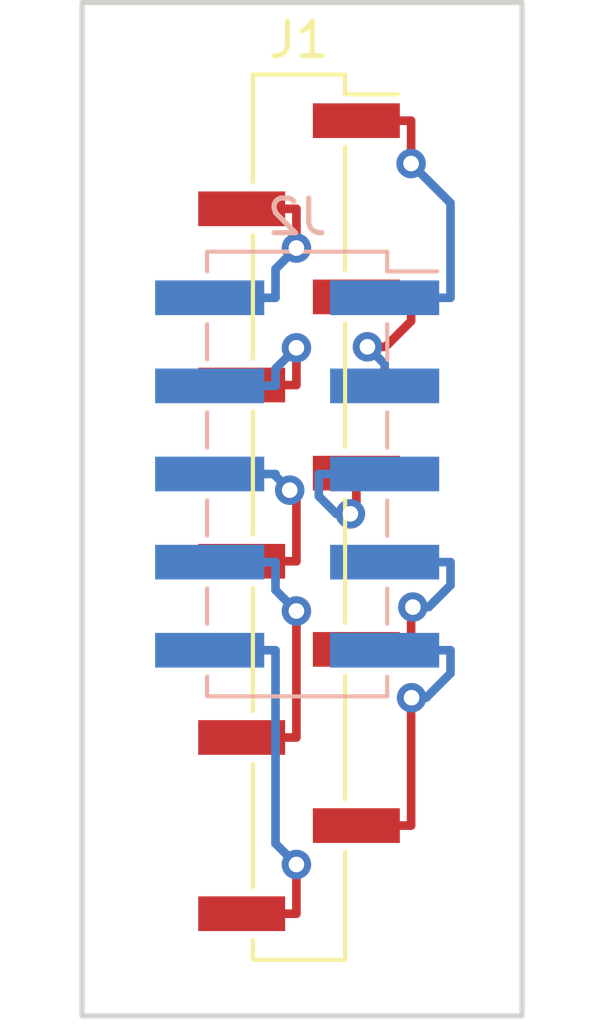
<source format=kicad_pcb>
(kicad_pcb (version 4) (host pcbnew 4.0.7-e2-6376~58~ubuntu16.04.1)

  (general
    (links 10)
    (no_connects 0)
    (area 139.795618 90.094999 157.100382 119.839)
    (thickness 1.6)
    (drawings 5)
    (tracks 68)
    (zones 0)
    (modules 2)
    (nets 11)
  )

  (page A4)
  (layers
    (0 F.Cu signal)
    (31 B.Cu signal)
    (32 B.Adhes user)
    (33 F.Adhes user)
    (34 B.Paste user)
    (35 F.Paste user)
    (36 B.SilkS user)
    (37 F.SilkS user)
    (38 B.Mask user)
    (39 F.Mask user)
    (40 Dwgs.User user)
    (41 Cmts.User user)
    (42 Eco1.User user)
    (43 Eco2.User user)
    (44 Edge.Cuts user)
    (45 Margin user)
    (46 B.CrtYd user)
    (47 F.CrtYd user)
    (48 B.Fab user)
    (49 F.Fab user)
  )

  (setup
    (last_trace_width 0.25)
    (trace_clearance 0.2)
    (zone_clearance 0.508)
    (zone_45_only no)
    (trace_min 0.2)
    (segment_width 0.2)
    (edge_width 0.15)
    (via_size 0.85)
    (via_drill 0.45)
    (via_min_size 0.4)
    (via_min_drill 0.3)
    (uvia_size 0.3)
    (uvia_drill 0.1)
    (uvias_allowed no)
    (uvia_min_size 0.2)
    (uvia_min_drill 0.1)
    (pcb_text_width 0.3)
    (pcb_text_size 1.5 1.5)
    (mod_edge_width 0.15)
    (mod_text_size 1 1)
    (mod_text_width 0.15)
    (pad_size 1.524 1.524)
    (pad_drill 0.762)
    (pad_to_mask_clearance 0.2)
    (aux_axis_origin 0 0)
    (visible_elements FFFFFF7F)
    (pcbplotparams
      (layerselection 0x010f0_80000001)
      (usegerberextensions true)
      (excludeedgelayer true)
      (linewidth 0.100000)
      (plotframeref false)
      (viasonmask false)
      (mode 1)
      (useauxorigin false)
      (hpglpennumber 1)
      (hpglpenspeed 20)
      (hpglpendiameter 15)
      (hpglpenoverlay 2)
      (psnegative false)
      (psa4output false)
      (plotreference true)
      (plotvalue true)
      (plotinvisibletext false)
      (padsonsilk false)
      (subtractmaskfromsilk false)
      (outputformat 1)
      (mirror false)
      (drillshape 0)
      (scaleselection 1)
      (outputdirectory r_01x10_gerber/))
  )

  (net 0 "")
  (net 1 "Net-(J1-Pad2)")
  (net 2 "Net-(J1-Pad4)")
  (net 3 "Net-(J1-Pad6)")
  (net 4 "Net-(J1-Pad8)")
  (net 5 "Net-(J1-Pad10)")
  (net 6 "Net-(J1-Pad1)")
  (net 7 "Net-(J1-Pad3)")
  (net 8 "Net-(J1-Pad5)")
  (net 9 "Net-(J1-Pad7)")
  (net 10 "Net-(J1-Pad9)")

  (net_class Default "This is the default net class."
    (clearance 0.2)
    (trace_width 0.25)
    (via_dia 0.85)
    (via_drill 0.45)
    (uvia_dia 0.3)
    (uvia_drill 0.1)
    (add_net "Net-(J1-Pad1)")
    (add_net "Net-(J1-Pad10)")
    (add_net "Net-(J1-Pad2)")
    (add_net "Net-(J1-Pad3)")
    (add_net "Net-(J1-Pad4)")
    (add_net "Net-(J1-Pad5)")
    (add_net "Net-(J1-Pad6)")
    (add_net "Net-(J1-Pad7)")
    (add_net "Net-(J1-Pad8)")
    (add_net "Net-(J1-Pad9)")
  )

  (module Pin_Headers:Pin_Header_Straight_1x10_Pitch2.54mm_SMD_Pin1Right (layer F.Cu) (tedit 59650532) (tstamp 5A58DB21)
    (at 148.501 105.004)
    (descr "surface-mounted straight pin header, 1x10, 2.54mm pitch, single row, style 2 (pin 1 right)")
    (tags "Surface mounted pin header SMD 1x10 2.54mm single row style2 pin1 right")
    (path /5A4CFB7F)
    (attr smd)
    (fp_text reference J1 (at 0 -13.76) (layer F.SilkS)
      (effects (font (size 1 1) (thickness 0.15)))
    )
    (fp_text value Conn_01x10 (at 0 13.76) (layer F.Fab)
      (effects (font (size 1 1) (thickness 0.15)))
    )
    (fp_line (start 1.27 12.7) (end -1.27 12.7) (layer F.Fab) (width 0.1))
    (fp_line (start -1.27 -12.7) (end 0.32 -12.7) (layer F.Fab) (width 0.1))
    (fp_line (start 1.27 12.7) (end 1.27 -11.75) (layer F.Fab) (width 0.1))
    (fp_line (start 1.27 -11.75) (end 0.32 -12.7) (layer F.Fab) (width 0.1))
    (fp_line (start -1.27 -12.7) (end -1.27 12.7) (layer F.Fab) (width 0.1))
    (fp_line (start -1.27 -9.21) (end -2.54 -9.21) (layer F.Fab) (width 0.1))
    (fp_line (start -2.54 -9.21) (end -2.54 -8.57) (layer F.Fab) (width 0.1))
    (fp_line (start -2.54 -8.57) (end -1.27 -8.57) (layer F.Fab) (width 0.1))
    (fp_line (start -1.27 -4.13) (end -2.54 -4.13) (layer F.Fab) (width 0.1))
    (fp_line (start -2.54 -4.13) (end -2.54 -3.49) (layer F.Fab) (width 0.1))
    (fp_line (start -2.54 -3.49) (end -1.27 -3.49) (layer F.Fab) (width 0.1))
    (fp_line (start -1.27 0.95) (end -2.54 0.95) (layer F.Fab) (width 0.1))
    (fp_line (start -2.54 0.95) (end -2.54 1.59) (layer F.Fab) (width 0.1))
    (fp_line (start -2.54 1.59) (end -1.27 1.59) (layer F.Fab) (width 0.1))
    (fp_line (start -1.27 6.03) (end -2.54 6.03) (layer F.Fab) (width 0.1))
    (fp_line (start -2.54 6.03) (end -2.54 6.67) (layer F.Fab) (width 0.1))
    (fp_line (start -2.54 6.67) (end -1.27 6.67) (layer F.Fab) (width 0.1))
    (fp_line (start -1.27 11.11) (end -2.54 11.11) (layer F.Fab) (width 0.1))
    (fp_line (start -2.54 11.11) (end -2.54 11.75) (layer F.Fab) (width 0.1))
    (fp_line (start -2.54 11.75) (end -1.27 11.75) (layer F.Fab) (width 0.1))
    (fp_line (start 1.27 -11.75) (end 2.54 -11.75) (layer F.Fab) (width 0.1))
    (fp_line (start 2.54 -11.75) (end 2.54 -11.11) (layer F.Fab) (width 0.1))
    (fp_line (start 2.54 -11.11) (end 1.27 -11.11) (layer F.Fab) (width 0.1))
    (fp_line (start 1.27 -6.67) (end 2.54 -6.67) (layer F.Fab) (width 0.1))
    (fp_line (start 2.54 -6.67) (end 2.54 -6.03) (layer F.Fab) (width 0.1))
    (fp_line (start 2.54 -6.03) (end 1.27 -6.03) (layer F.Fab) (width 0.1))
    (fp_line (start 1.27 -1.59) (end 2.54 -1.59) (layer F.Fab) (width 0.1))
    (fp_line (start 2.54 -1.59) (end 2.54 -0.95) (layer F.Fab) (width 0.1))
    (fp_line (start 2.54 -0.95) (end 1.27 -0.95) (layer F.Fab) (width 0.1))
    (fp_line (start 1.27 3.49) (end 2.54 3.49) (layer F.Fab) (width 0.1))
    (fp_line (start 2.54 3.49) (end 2.54 4.13) (layer F.Fab) (width 0.1))
    (fp_line (start 2.54 4.13) (end 1.27 4.13) (layer F.Fab) (width 0.1))
    (fp_line (start 1.27 8.57) (end 2.54 8.57) (layer F.Fab) (width 0.1))
    (fp_line (start 2.54 8.57) (end 2.54 9.21) (layer F.Fab) (width 0.1))
    (fp_line (start 2.54 9.21) (end 1.27 9.21) (layer F.Fab) (width 0.1))
    (fp_line (start -1.33 -12.76) (end 1.33 -12.76) (layer F.SilkS) (width 0.12))
    (fp_line (start -1.33 12.76) (end 1.33 12.76) (layer F.SilkS) (width 0.12))
    (fp_line (start 1.33 -10.67) (end 1.33 -7.11) (layer F.SilkS) (width 0.12))
    (fp_line (start 1.33 -5.59) (end 1.33 -2.03) (layer F.SilkS) (width 0.12))
    (fp_line (start 1.33 -0.51) (end 1.33 3.05) (layer F.SilkS) (width 0.12))
    (fp_line (start 1.33 4.57) (end 1.33 8.13) (layer F.SilkS) (width 0.12))
    (fp_line (start 1.33 9.65) (end 1.33 12.76) (layer F.SilkS) (width 0.12))
    (fp_line (start -1.33 -12.76) (end -1.33 -9.65) (layer F.SilkS) (width 0.12))
    (fp_line (start 1.33 -12.19) (end 2.85 -12.19) (layer F.SilkS) (width 0.12))
    (fp_line (start 1.33 -12.76) (end 1.33 -12.19) (layer F.SilkS) (width 0.12))
    (fp_line (start -1.33 12.19) (end -1.33 12.76) (layer F.SilkS) (width 0.12))
    (fp_line (start -1.33 -8.13) (end -1.33 -4.57) (layer F.SilkS) (width 0.12))
    (fp_line (start -1.33 -3.05) (end -1.33 0.51) (layer F.SilkS) (width 0.12))
    (fp_line (start -1.33 2.03) (end -1.33 5.59) (layer F.SilkS) (width 0.12))
    (fp_line (start -1.33 7.11) (end -1.33 10.67) (layer F.SilkS) (width 0.12))
    (fp_line (start -3.45 -13.2) (end -3.45 13.2) (layer F.CrtYd) (width 0.05))
    (fp_line (start -3.45 13.2) (end 3.45 13.2) (layer F.CrtYd) (width 0.05))
    (fp_line (start 3.45 13.2) (end 3.45 -13.2) (layer F.CrtYd) (width 0.05))
    (fp_line (start 3.45 -13.2) (end -3.45 -13.2) (layer F.CrtYd) (width 0.05))
    (fp_text user %R (at 0 0 90) (layer F.Fab)
      (effects (font (size 1 1) (thickness 0.15)))
    )
    (pad 2 smd rect (at -1.655 -8.89) (size 2.51 1) (layers F.Cu F.Paste F.Mask)
      (net 1 "Net-(J1-Pad2)"))
    (pad 4 smd rect (at -1.655 -3.81) (size 2.51 1) (layers F.Cu F.Paste F.Mask)
      (net 2 "Net-(J1-Pad4)"))
    (pad 6 smd rect (at -1.655 1.27) (size 2.51 1) (layers F.Cu F.Paste F.Mask)
      (net 3 "Net-(J1-Pad6)"))
    (pad 8 smd rect (at -1.655 6.35) (size 2.51 1) (layers F.Cu F.Paste F.Mask)
      (net 4 "Net-(J1-Pad8)"))
    (pad 10 smd rect (at -1.655 11.43) (size 2.51 1) (layers F.Cu F.Paste F.Mask)
      (net 5 "Net-(J1-Pad10)"))
    (pad 1 smd rect (at 1.655 -11.43) (size 2.51 1) (layers F.Cu F.Paste F.Mask)
      (net 6 "Net-(J1-Pad1)"))
    (pad 3 smd rect (at 1.655 -6.35) (size 2.51 1) (layers F.Cu F.Paste F.Mask)
      (net 7 "Net-(J1-Pad3)"))
    (pad 5 smd rect (at 1.655 -1.27) (size 2.51 1) (layers F.Cu F.Paste F.Mask)
      (net 8 "Net-(J1-Pad5)"))
    (pad 7 smd rect (at 1.655 3.81) (size 2.51 1) (layers F.Cu F.Paste F.Mask)
      (net 9 "Net-(J1-Pad7)"))
    (pad 9 smd rect (at 1.655 8.89) (size 2.51 1) (layers F.Cu F.Paste F.Mask)
      (net 10 "Net-(J1-Pad9)"))
    (model ${KISYS3DMOD}/Pin_Headers.3dshapes/Pin_Header_Straight_1x10_Pitch2.54mm_SMD_Pin1Right.wrl
      (at (xyz 0 0 0))
      (scale (xyz 1 1 1))
      (rotate (xyz 0 0 0))
    )
  )

  (module Pin_Headers:Pin_Header_Straight_2x05_Pitch2.54mm_SMD (layer B.Cu) (tedit 59650532) (tstamp 5A58DB2F)
    (at 148.448 103.759 180)
    (descr "surface-mounted straight pin header, 2x05, 2.54mm pitch, double rows")
    (tags "Surface mounted pin header SMD 2x05 2.54mm double row")
    (path /5A4CFC62)
    (attr smd)
    (fp_text reference J2 (at 0 7.41 180) (layer B.SilkS)
      (effects (font (size 1 1) (thickness 0.15)) (justify mirror))
    )
    (fp_text value Conn_02x05_Odd_Even (at 0 -7.41 180) (layer B.Fab)
      (effects (font (size 1 1) (thickness 0.15)) (justify mirror))
    )
    (fp_line (start 2.54 -6.35) (end -2.54 -6.35) (layer B.Fab) (width 0.1))
    (fp_line (start -1.59 6.35) (end 2.54 6.35) (layer B.Fab) (width 0.1))
    (fp_line (start -2.54 -6.35) (end -2.54 5.4) (layer B.Fab) (width 0.1))
    (fp_line (start -2.54 5.4) (end -1.59 6.35) (layer B.Fab) (width 0.1))
    (fp_line (start 2.54 6.35) (end 2.54 -6.35) (layer B.Fab) (width 0.1))
    (fp_line (start -2.54 5.4) (end -3.6 5.4) (layer B.Fab) (width 0.1))
    (fp_line (start -3.6 5.4) (end -3.6 4.76) (layer B.Fab) (width 0.1))
    (fp_line (start -3.6 4.76) (end -2.54 4.76) (layer B.Fab) (width 0.1))
    (fp_line (start 2.54 5.4) (end 3.6 5.4) (layer B.Fab) (width 0.1))
    (fp_line (start 3.6 5.4) (end 3.6 4.76) (layer B.Fab) (width 0.1))
    (fp_line (start 3.6 4.76) (end 2.54 4.76) (layer B.Fab) (width 0.1))
    (fp_line (start -2.54 2.86) (end -3.6 2.86) (layer B.Fab) (width 0.1))
    (fp_line (start -3.6 2.86) (end -3.6 2.22) (layer B.Fab) (width 0.1))
    (fp_line (start -3.6 2.22) (end -2.54 2.22) (layer B.Fab) (width 0.1))
    (fp_line (start 2.54 2.86) (end 3.6 2.86) (layer B.Fab) (width 0.1))
    (fp_line (start 3.6 2.86) (end 3.6 2.22) (layer B.Fab) (width 0.1))
    (fp_line (start 3.6 2.22) (end 2.54 2.22) (layer B.Fab) (width 0.1))
    (fp_line (start -2.54 0.32) (end -3.6 0.32) (layer B.Fab) (width 0.1))
    (fp_line (start -3.6 0.32) (end -3.6 -0.32) (layer B.Fab) (width 0.1))
    (fp_line (start -3.6 -0.32) (end -2.54 -0.32) (layer B.Fab) (width 0.1))
    (fp_line (start 2.54 0.32) (end 3.6 0.32) (layer B.Fab) (width 0.1))
    (fp_line (start 3.6 0.32) (end 3.6 -0.32) (layer B.Fab) (width 0.1))
    (fp_line (start 3.6 -0.32) (end 2.54 -0.32) (layer B.Fab) (width 0.1))
    (fp_line (start -2.54 -2.22) (end -3.6 -2.22) (layer B.Fab) (width 0.1))
    (fp_line (start -3.6 -2.22) (end -3.6 -2.86) (layer B.Fab) (width 0.1))
    (fp_line (start -3.6 -2.86) (end -2.54 -2.86) (layer B.Fab) (width 0.1))
    (fp_line (start 2.54 -2.22) (end 3.6 -2.22) (layer B.Fab) (width 0.1))
    (fp_line (start 3.6 -2.22) (end 3.6 -2.86) (layer B.Fab) (width 0.1))
    (fp_line (start 3.6 -2.86) (end 2.54 -2.86) (layer B.Fab) (width 0.1))
    (fp_line (start -2.54 -4.76) (end -3.6 -4.76) (layer B.Fab) (width 0.1))
    (fp_line (start -3.6 -4.76) (end -3.6 -5.4) (layer B.Fab) (width 0.1))
    (fp_line (start -3.6 -5.4) (end -2.54 -5.4) (layer B.Fab) (width 0.1))
    (fp_line (start 2.54 -4.76) (end 3.6 -4.76) (layer B.Fab) (width 0.1))
    (fp_line (start 3.6 -4.76) (end 3.6 -5.4) (layer B.Fab) (width 0.1))
    (fp_line (start 3.6 -5.4) (end 2.54 -5.4) (layer B.Fab) (width 0.1))
    (fp_line (start -2.6 6.41) (end 2.6 6.41) (layer B.SilkS) (width 0.12))
    (fp_line (start -2.6 -6.41) (end 2.6 -6.41) (layer B.SilkS) (width 0.12))
    (fp_line (start -4.04 5.84) (end -2.6 5.84) (layer B.SilkS) (width 0.12))
    (fp_line (start -2.6 6.41) (end -2.6 5.84) (layer B.SilkS) (width 0.12))
    (fp_line (start 2.6 6.41) (end 2.6 5.84) (layer B.SilkS) (width 0.12))
    (fp_line (start -2.6 -5.84) (end -2.6 -6.41) (layer B.SilkS) (width 0.12))
    (fp_line (start 2.6 -5.84) (end 2.6 -6.41) (layer B.SilkS) (width 0.12))
    (fp_line (start -2.6 4.32) (end -2.6 3.3) (layer B.SilkS) (width 0.12))
    (fp_line (start 2.6 4.32) (end 2.6 3.3) (layer B.SilkS) (width 0.12))
    (fp_line (start -2.6 1.78) (end -2.6 0.76) (layer B.SilkS) (width 0.12))
    (fp_line (start 2.6 1.78) (end 2.6 0.76) (layer B.SilkS) (width 0.12))
    (fp_line (start -2.6 -0.76) (end -2.6 -1.78) (layer B.SilkS) (width 0.12))
    (fp_line (start 2.6 -0.76) (end 2.6 -1.78) (layer B.SilkS) (width 0.12))
    (fp_line (start -2.6 -3.3) (end -2.6 -4.32) (layer B.SilkS) (width 0.12))
    (fp_line (start 2.6 -3.3) (end 2.6 -4.32) (layer B.SilkS) (width 0.12))
    (fp_line (start -5.9 6.85) (end -5.9 -6.85) (layer B.CrtYd) (width 0.05))
    (fp_line (start -5.9 -6.85) (end 5.9 -6.85) (layer B.CrtYd) (width 0.05))
    (fp_line (start 5.9 -6.85) (end 5.9 6.85) (layer B.CrtYd) (width 0.05))
    (fp_line (start 5.9 6.85) (end -5.9 6.85) (layer B.CrtYd) (width 0.05))
    (fp_text user %R (at 0 0 450) (layer B.Fab)
      (effects (font (size 1 1) (thickness 0.15)) (justify mirror))
    )
    (pad 1 smd rect (at -2.525 5.08 180) (size 3.15 1) (layers B.Cu B.Paste B.Mask)
      (net 6 "Net-(J1-Pad1)"))
    (pad 2 smd rect (at 2.525 5.08 180) (size 3.15 1) (layers B.Cu B.Paste B.Mask)
      (net 1 "Net-(J1-Pad2)"))
    (pad 3 smd rect (at -2.525 2.54 180) (size 3.15 1) (layers B.Cu B.Paste B.Mask)
      (net 7 "Net-(J1-Pad3)"))
    (pad 4 smd rect (at 2.525 2.54 180) (size 3.15 1) (layers B.Cu B.Paste B.Mask)
      (net 2 "Net-(J1-Pad4)"))
    (pad 5 smd rect (at -2.525 0 180) (size 3.15 1) (layers B.Cu B.Paste B.Mask)
      (net 8 "Net-(J1-Pad5)"))
    (pad 6 smd rect (at 2.525 0 180) (size 3.15 1) (layers B.Cu B.Paste B.Mask)
      (net 3 "Net-(J1-Pad6)"))
    (pad 7 smd rect (at -2.525 -2.54 180) (size 3.15 1) (layers B.Cu B.Paste B.Mask)
      (net 9 "Net-(J1-Pad7)"))
    (pad 8 smd rect (at 2.525 -2.54 180) (size 3.15 1) (layers B.Cu B.Paste B.Mask)
      (net 4 "Net-(J1-Pad8)"))
    (pad 9 smd rect (at -2.525 -5.08 180) (size 3.15 1) (layers B.Cu B.Paste B.Mask)
      (net 10 "Net-(J1-Pad9)"))
    (pad 10 smd rect (at 2.525 -5.08 180) (size 3.15 1) (layers B.Cu B.Paste B.Mask)
      (net 5 "Net-(J1-Pad10)"))
    (model ${KISYS3DMOD}/Pin_Headers.3dshapes/Pin_Header_Straight_2x05_Pitch2.54mm_SMD.wrl
      (at (xyz 0 0 0))
      (scale (xyz 1 1 1))
      (rotate (xyz 0 0 0))
    )
  )

  (gr_line (start 154.94 90.17) (end 154.94 96.52) (layer Edge.Cuts) (width 0.15))
  (gr_line (start 142.24 90.17) (end 154.94 90.17) (layer Edge.Cuts) (width 0.15))
  (gr_line (start 142.24 119.38) (end 142.24 90.17) (layer Edge.Cuts) (width 0.15))
  (gr_line (start 154.94 119.38) (end 142.24 119.38) (layer Edge.Cuts) (width 0.15))
  (gr_line (start 154.94 96.52) (end 154.94 119.38) (layer Edge.Cuts) (width 0.15))

  (via (at 148.4263 97.2452) (size 0.85) (layers F.Cu B.Cu) (net 1))
  (segment (start 146.846 96.114) (end 148.4263 96.114) (width 0.25) (layer F.Cu) (net 1))
  (segment (start 147.8233 97.8482) (end 148.4263 97.2452) (width 0.25) (layer B.Cu) (net 1))
  (segment (start 147.8233 98.679) (end 147.8233 97.8482) (width 0.25) (layer B.Cu) (net 1))
  (segment (start 148.4263 96.114) (end 148.4263 97.2452) (width 0.25) (layer F.Cu) (net 1))
  (segment (start 145.923 98.679) (end 147.8233 98.679) (width 0.25) (layer B.Cu) (net 1))
  (via (at 148.4263 100.1217) (size 0.85) (layers F.Cu B.Cu) (net 2))
  (segment (start 146.846 101.194) (end 148.4263 101.194) (width 0.25) (layer F.Cu) (net 2))
  (segment (start 145.923 101.219) (end 147.8233 101.219) (width 0.25) (layer B.Cu) (net 2))
  (segment (start 147.8233 100.7247) (end 148.4263 100.1217) (width 0.25) (layer B.Cu) (net 2))
  (segment (start 147.8233 101.219) (end 147.8233 100.7247) (width 0.25) (layer B.Cu) (net 2))
  (segment (start 148.4263 101.194) (end 148.4263 100.1217) (width 0.25) (layer F.Cu) (net 2))
  (via (at 148.2326 104.224) (size 0.85) (layers F.Cu B.Cu) (net 3))
  (segment (start 147.8233 103.8147) (end 148.2326 104.224) (width 0.25) (layer B.Cu) (net 3))
  (segment (start 147.8233 103.759) (end 147.8233 103.8147) (width 0.25) (layer B.Cu) (net 3))
  (segment (start 148.4263 104.4177) (end 148.4263 106.274) (width 0.25) (layer F.Cu) (net 3))
  (segment (start 148.2326 104.224) (end 148.4263 104.4177) (width 0.25) (layer F.Cu) (net 3))
  (segment (start 146.846 106.274) (end 148.4263 106.274) (width 0.25) (layer F.Cu) (net 3))
  (segment (start 145.923 103.759) (end 147.8233 103.759) (width 0.25) (layer B.Cu) (net 3))
  (via (at 148.4263 107.7079) (size 0.85) (layers F.Cu B.Cu) (net 4))
  (segment (start 146.846 111.354) (end 148.4263 111.354) (width 0.25) (layer F.Cu) (net 4))
  (segment (start 145.923 106.299) (end 147.8233 106.299) (width 0.25) (layer B.Cu) (net 4))
  (segment (start 147.8233 107.1049) (end 148.4263 107.7079) (width 0.25) (layer B.Cu) (net 4))
  (segment (start 147.8233 106.299) (end 147.8233 107.1049) (width 0.25) (layer B.Cu) (net 4))
  (segment (start 148.4263 111.354) (end 148.4263 107.7079) (width 0.25) (layer F.Cu) (net 4))
  (via (at 148.4263 115.015) (size 0.85) (layers F.Cu B.Cu) (net 5))
  (segment (start 146.846 116.434) (end 148.4263 116.434) (width 0.25) (layer F.Cu) (net 5))
  (segment (start 147.8233 114.412) (end 148.4263 115.015) (width 0.25) (layer B.Cu) (net 5))
  (segment (start 147.8233 108.839) (end 147.8233 114.412) (width 0.25) (layer B.Cu) (net 5))
  (segment (start 148.4263 115.015) (end 148.4263 116.434) (width 0.25) (layer F.Cu) (net 5))
  (segment (start 145.923 108.839) (end 147.8233 108.839) (width 0.25) (layer B.Cu) (net 5))
  (via (at 151.7363 94.8094) (size 0.85) (layers F.Cu B.Cu) (net 6))
  (segment (start 150.156 93.574) (end 151.7363 93.574) (width 0.25) (layer F.Cu) (net 6))
  (segment (start 152.8733 95.9464) (end 151.7363 94.8094) (width 0.25) (layer B.Cu) (net 6))
  (segment (start 152.8733 98.679) (end 152.8733 95.9464) (width 0.25) (layer B.Cu) (net 6))
  (segment (start 151.7363 94.8094) (end 151.7363 93.574) (width 0.25) (layer F.Cu) (net 6))
  (segment (start 150.973 98.679) (end 152.8733 98.679) (width 0.25) (layer B.Cu) (net 6))
  (via (at 150.4758 100.0916) (size 0.85) (layers F.Cu B.Cu) (net 7))
  (segment (start 150.156 98.654) (end 151.7363 98.654) (width 0.25) (layer F.Cu) (net 7))
  (segment (start 150.973 100.5888) (end 150.4758 100.0916) (width 0.25) (layer B.Cu) (net 7))
  (segment (start 150.973 101.219) (end 150.973 100.5888) (width 0.25) (layer B.Cu) (net 7))
  (segment (start 150.4758 100.0915) (end 150.4758 100.0916) (width 0.25) (layer F.Cu) (net 7))
  (segment (start 150.9975 100.0915) (end 150.4758 100.0915) (width 0.25) (layer F.Cu) (net 7))
  (segment (start 151.7363 99.3527) (end 150.9975 100.0915) (width 0.25) (layer F.Cu) (net 7))
  (segment (start 151.7363 98.654) (end 151.7363 99.3527) (width 0.25) (layer F.Cu) (net 7))
  (via (at 149.9845 104.9076) (size 0.85) (layers F.Cu B.Cu) (net 8))
  (segment (start 150.973 103.759) (end 149.0727 103.759) (width 0.25) (layer B.Cu) (net 8))
  (segment (start 149.5798 104.9076) (end 149.9845 104.9076) (width 0.25) (layer B.Cu) (net 8))
  (segment (start 149.0727 104.4005) (end 149.5798 104.9076) (width 0.25) (layer B.Cu) (net 8))
  (segment (start 149.0727 103.759) (end 149.0727 104.4005) (width 0.25) (layer B.Cu) (net 8))
  (segment (start 150.156 104.7361) (end 149.9845 104.9076) (width 0.25) (layer F.Cu) (net 8))
  (segment (start 150.156 103.734) (end 150.156 104.7361) (width 0.25) (layer F.Cu) (net 8))
  (via (at 151.7874 107.5947) (size 0.85) (layers F.Cu B.Cu) (net 9))
  (segment (start 150.156 108.814) (end 151.7363 108.814) (width 0.25) (layer F.Cu) (net 9))
  (segment (start 150.973 106.299) (end 152.8733 106.299) (width 0.25) (layer B.Cu) (net 9))
  (segment (start 152.2432 107.5947) (end 151.7874 107.5947) (width 0.25) (layer B.Cu) (net 9))
  (segment (start 152.8733 106.9646) (end 152.2432 107.5947) (width 0.25) (layer B.Cu) (net 9))
  (segment (start 152.8733 106.299) (end 152.8733 106.9646) (width 0.25) (layer B.Cu) (net 9))
  (segment (start 151.7363 107.6458) (end 151.7874 107.5947) (width 0.25) (layer F.Cu) (net 9))
  (segment (start 151.7363 108.814) (end 151.7363 107.6458) (width 0.25) (layer F.Cu) (net 9))
  (via (at 151.7498 110.208) (size 0.85) (layers F.Cu B.Cu) (net 10))
  (segment (start 152.1712 110.208) (end 151.7498 110.208) (width 0.25) (layer B.Cu) (net 10))
  (segment (start 152.8733 109.5059) (end 152.1712 110.208) (width 0.25) (layer B.Cu) (net 10))
  (segment (start 152.8733 108.839) (end 152.8733 109.5059) (width 0.25) (layer B.Cu) (net 10))
  (segment (start 151.7363 110.2215) (end 151.7363 113.894) (width 0.25) (layer F.Cu) (net 10))
  (segment (start 151.7498 110.208) (end 151.7363 110.2215) (width 0.25) (layer F.Cu) (net 10))
  (segment (start 150.156 113.894) (end 151.7363 113.894) (width 0.25) (layer F.Cu) (net 10))
  (segment (start 150.973 108.839) (end 152.8733 108.839) (width 0.25) (layer B.Cu) (net 10))

)

</source>
